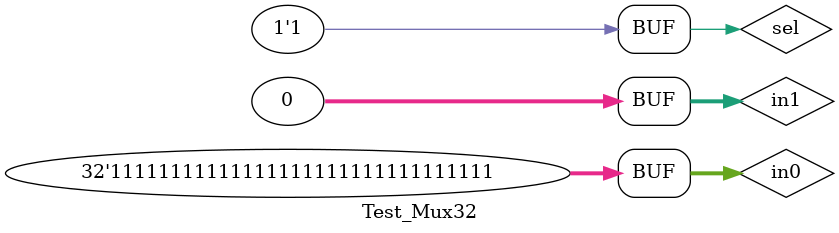
<source format=v>
`timescale 1ns / 1ps

module Test_Mux32;
    // Inputs
    reg [31:0] in0, in1;
    reg sel;
    // Outputs
    wire [31:0] out;

    // Instantiate the Unit Under Test (UUT)
    Mux32 uut (
        .input1(in0),
        .input2(in1),
        .op(sel),
        .out(out)
    );

    initial begin
        // Initialize Inputs
        in0 = 32'hA5A5A5A5;
        in1 = 32'h5A5A5A5A;
        sel = 0;
        
        // Wait 100 ns for global reset to finish
        #100;
        
        // Apply test vectors
        sel = 0; #50;
        sel = 1; #50;
        
        // Add more test cases as needed
        in0 = 32'hFFFFFFFF;
        in1 = 32'h00000000;
        sel = 0; #50;
        sel = 1; #50;
        
    end
endmodule

</source>
